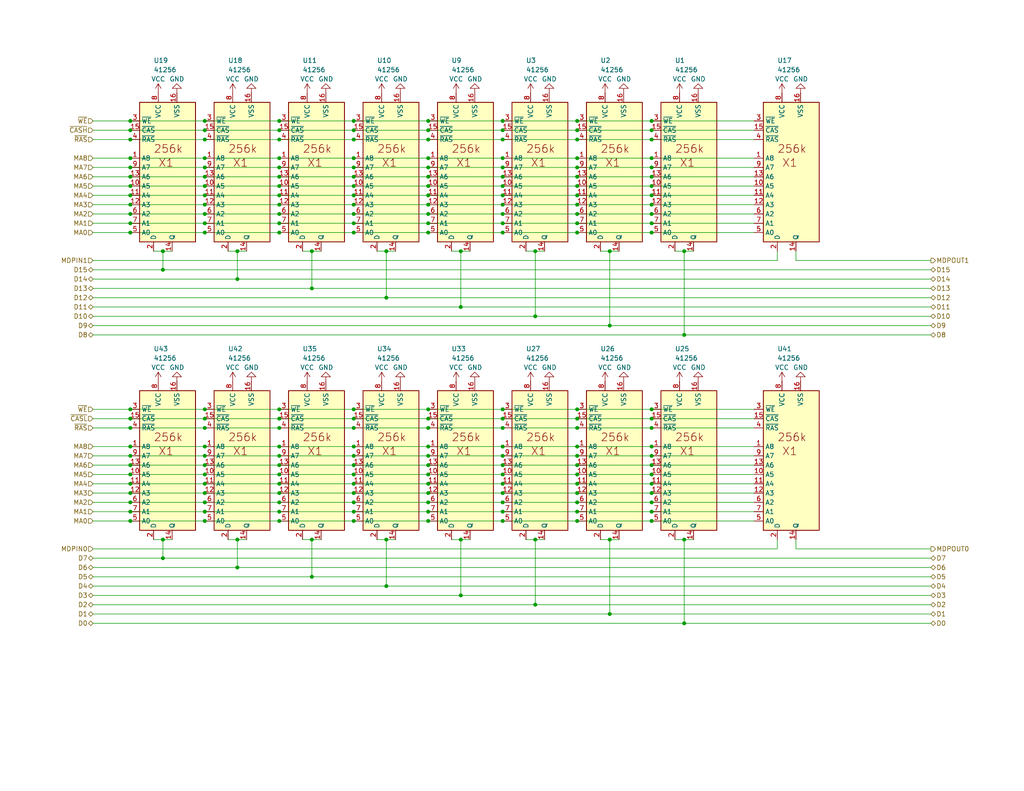
<source format=kicad_sch>
(kicad_sch (version 20231120) (generator "eeschema") (generator_version "8.0")
  (paper "USLetter")
  (title_block (title "Compaq Portable II System Memory Board") (date "2024-03-22") (company "Compaq") (comment 1 "P/N 104176-001") (comment 2 "ASSY 000330"))
  (lib_symbols
    (symbol "MyRam:41256"
      (property "Reference" "U" (at 5.08 20.32 0))
      (property "Value" "41256" (at 5.08 17.78 0))
      (symbol "41256_0_1"
        (rectangle (start -7.62 15.24) (end 7.62 -22.86) (stroke (width 0.254)) (fill (type background)))
        (pin input line (at -10.16 -7.62 0) (length 2.54) (name "A5") (number "10"))
        (pin input line (at -10.16 -10.16 0) (length 2.54) (name "A4") (number "11"))
        (pin input line (at -10.16 -12.7 0) (length 2.54) (name "A3") (number "12"))
        (pin input line (at -10.16 -5.08 0) (length 2.54) (name "A6") (number "13"))
        (pin tri_state line (at 1.27 -25.4 90) (length 2.54) (name "Q") (number "14"))
        (pin power_in line (at 2.54 17.78 270) (length 2.54) (name "VSS") (number "16"))
        (pin input line (at -3.81 -25.4 90) (length 2.54) (name "D") (number "2"))
        (pin input line (at -10.16 -20.32 0) (length 2.54) (name "A0") (number "5"))
        (pin input line (at -10.16 -15.24 0) (length 2.54) (name "A2") (number "6"))
        (pin input line (at -10.16 -17.78 0) (length 2.54) (name "A1") (number "7"))
        (pin power_in line (at -2.54 17.78 270) (length 2.54) (name "VCC") (number "8"))
      )
      (symbol "41256_1_1"
        (text "256k" (at -3.81 3.81 0) (effects (font (size 2.1336 2.1336)) (justify left top)))
        (text "X1" (at -2.54 0 0) (effects (font (size 2.1336 2.1336)) (justify left top)))
        (pin input line (at -10.16 0 0) (length 2.54) (name "A8") (number "1"))
        (pin input line (at -10.16 7.62 0) (length 2.54) (name "~{CAS}") (number "15"))
        (pin input line (at -10.16 10.16 0) (length 2.54) (name "~{WE}") (number "3"))
        (pin input line (at -10.16 5.08 0) (length 2.54) (name "~{RAS}") (number "4"))
        (pin input line (at -10.16 -2.54 0) (length 2.54) (name "A7") (number "9"))
      )
    )
    (symbol "power:GND" (power) (pin_numbers hide) (pin_names (offset 0) hide)
      (property "Value" "GND" (at 0 -3.81 0))
      (symbol "GND_0_1"
        (polyline (pts (xy 0 0) (xy 0 -1.27) (xy 1.27 -1.27) (xy 0 -2.54) (xy -1.27 -1.27) (xy 0 -1.27)))
      )
      (symbol "GND_1_1"
        (pin power_in line (at 0 0 270) (length 0) (name "~") (number "1"))
      )
    )
    (symbol "power:VCC" (power) (pin_numbers hide) (pin_names (offset 0) hide)
      (property "Value" "VCC" (at 0 3.556 0))
      (symbol "VCC_0_1"
        (polyline (pts (xy -0.762 1.27) (xy 0 2.54)))
        (polyline (pts (xy 0 0) (xy 0 2.54)))
        (polyline (pts (xy 0 2.54) (xy 0.762 1.27)))
      )
      (symbol "VCC_1_1"
        (pin power_in line (at 0 0 90) (length 0) (name "~") (number "1"))
      )
    )
  )
  (junction (at 105.41 81.28))
  (junction (at 116.84 124.46))
  (junction (at 146.05 86.36))
  (junction (at 96.52 127))
  (junction (at 96.52 43.18))
  (junction (at 177.8 55.88))
  (junction (at 55.88 50.8))
  (junction (at 137.16 127))
  (junction (at 116.84 116.84))
  (junction (at 137.16 35.56))
  (junction (at 137.16 142.24))
  (junction (at 116.84 63.5))
  (junction (at 146.05 165.1))
  (junction (at 177.8 38.1))
  (junction (at 96.52 124.46))
  (junction (at 157.48 43.18))
  (junction (at 116.84 111.76))
  (junction (at 166.37 68.58))
  (junction (at 116.84 43.18))
  (junction (at 85.09 147.32))
  (junction (at 35.56 114.3))
  (junction (at 157.48 124.46))
  (junction (at 186.69 91.44))
  (junction (at 116.84 142.24))
  (junction (at 76.2 132.08))
  (junction (at 116.84 121.92))
  (junction (at 76.2 111.76))
  (junction (at 116.84 60.96))
  (junction (at 64.77 147.32))
  (junction (at 105.41 147.32))
  (junction (at 85.09 68.58))
  (junction (at 96.52 132.08))
  (junction (at 116.84 45.72))
  (junction (at 157.48 53.34))
  (junction (at 55.88 33.02))
  (junction (at 55.88 129.54))
  (junction (at 116.84 48.26))
  (junction (at 55.88 48.26))
  (junction (at 137.16 53.34))
  (junction (at 157.48 45.72))
  (junction (at 76.2 114.3))
  (junction (at 146.05 68.58))
  (junction (at 44.45 73.66))
  (junction (at 137.16 139.7))
  (junction (at 55.88 139.7))
  (junction (at 76.2 55.88))
  (junction (at 35.56 55.88))
  (junction (at 116.84 50.8))
  (junction (at 177.8 53.34))
  (junction (at 35.56 38.1))
  (junction (at 157.48 114.3))
  (junction (at 186.69 68.58))
  (junction (at 177.8 116.84))
  (junction (at 177.8 134.62))
  (junction (at 76.2 48.26))
  (junction (at 177.8 142.24))
  (junction (at 157.48 33.02))
  (junction (at 157.48 132.08))
  (junction (at 157.48 127))
  (junction (at 55.88 116.84))
  (junction (at 157.48 63.5))
  (junction (at 76.2 60.96))
  (junction (at 137.16 124.46))
  (junction (at 157.48 58.42))
  (junction (at 55.88 45.72))
  (junction (at 137.16 58.42))
  (junction (at 137.16 116.84))
  (junction (at 137.16 129.54))
  (junction (at 76.2 43.18))
  (junction (at 186.69 147.32))
  (junction (at 125.73 147.32))
  (junction (at 116.84 55.88))
  (junction (at 96.52 60.96))
  (junction (at 137.16 60.96))
  (junction (at 44.45 147.32))
  (junction (at 177.8 60.96))
  (junction (at 35.56 116.84))
  (junction (at 96.52 48.26))
  (junction (at 35.56 111.76))
  (junction (at 157.48 60.96))
  (junction (at 76.2 137.16))
  (junction (at 166.37 147.32))
  (junction (at 55.88 53.34))
  (junction (at 177.8 137.16))
  (junction (at 157.48 137.16))
  (junction (at 35.56 137.16))
  (junction (at 116.84 129.54))
  (junction (at 55.88 132.08))
  (junction (at 146.05 147.32))
  (junction (at 177.8 114.3))
  (junction (at 76.2 35.56))
  (junction (at 76.2 53.34))
  (junction (at 96.52 134.62))
  (junction (at 76.2 124.46))
  (junction (at 96.52 58.42))
  (junction (at 35.56 63.5))
  (junction (at 55.88 35.56))
  (junction (at 55.88 38.1))
  (junction (at 55.88 114.3))
  (junction (at 96.52 116.84))
  (junction (at 177.8 129.54))
  (junction (at 137.16 33.02))
  (junction (at 137.16 111.76))
  (junction (at 137.16 50.8))
  (junction (at 116.84 114.3))
  (junction (at 125.73 83.82))
  (junction (at 137.16 38.1))
  (junction (at 116.84 38.1))
  (junction (at 96.52 45.72))
  (junction (at 116.84 137.16))
  (junction (at 35.56 121.92))
  (junction (at 177.8 45.72))
  (junction (at 157.48 139.7))
  (junction (at 105.41 160.02))
  (junction (at 55.88 142.24))
  (junction (at 157.48 111.76))
  (junction (at 116.84 134.62))
  (junction (at 137.16 134.62))
  (junction (at 64.77 76.2))
  (junction (at 44.45 152.4))
  (junction (at 76.2 116.84))
  (junction (at 177.8 35.56))
  (junction (at 96.52 35.56))
  (junction (at 137.16 45.72))
  (junction (at 76.2 45.72))
  (junction (at 96.52 55.88))
  (junction (at 35.56 43.18))
  (junction (at 177.8 50.8))
  (junction (at 116.84 35.56))
  (junction (at 157.48 50.8))
  (junction (at 116.84 33.02))
  (junction (at 116.84 139.7))
  (junction (at 177.8 33.02))
  (junction (at 96.52 33.02))
  (junction (at 96.52 63.5))
  (junction (at 64.77 154.94))
  (junction (at 157.48 134.62))
  (junction (at 137.16 121.92))
  (junction (at 76.2 127))
  (junction (at 35.56 33.02))
  (junction (at 55.88 43.18))
  (junction (at 55.88 137.16))
  (junction (at 116.84 132.08))
  (junction (at 137.16 114.3))
  (junction (at 166.37 88.9))
  (junction (at 177.8 139.7))
  (junction (at 137.16 43.18))
  (junction (at 96.52 111.76))
  (junction (at 116.84 53.34))
  (junction (at 186.69 170.18))
  (junction (at 85.09 157.48))
  (junction (at 76.2 58.42))
  (junction (at 137.16 137.16))
  (junction (at 166.37 167.64))
  (junction (at 55.88 124.46))
  (junction (at 157.48 116.84))
  (junction (at 76.2 63.5))
  (junction (at 137.16 132.08))
  (junction (at 76.2 129.54))
  (junction (at 157.48 129.54))
  (junction (at 76.2 121.92))
  (junction (at 105.41 68.58))
  (junction (at 177.8 111.76))
  (junction (at 177.8 43.18))
  (junction (at 157.48 121.92))
  (junction (at 55.88 111.76))
  (junction (at 177.8 63.5))
  (junction (at 157.48 142.24))
  (junction (at 96.52 121.92))
  (junction (at 35.56 134.62))
  (junction (at 76.2 134.62))
  (junction (at 125.73 68.58))
  (junction (at 76.2 50.8))
  (junction (at 35.56 124.46))
  (junction (at 35.56 50.8))
  (junction (at 35.56 58.42))
  (junction (at 35.56 142.24))
  (junction (at 55.88 58.42))
  (junction (at 96.52 137.16))
  (junction (at 96.52 114.3))
  (junction (at 76.2 38.1))
  (junction (at 35.56 129.54))
  (junction (at 44.45 68.58))
  (junction (at 177.8 132.08))
  (junction (at 76.2 139.7))
  (junction (at 96.52 53.34))
  (junction (at 35.56 60.96))
  (junction (at 177.8 127))
  (junction (at 76.2 142.24))
  (junction (at 157.48 35.56))
  (junction (at 55.88 121.92))
  (junction (at 35.56 127))
  (junction (at 96.52 139.7))
  (junction (at 177.8 121.92))
  (junction (at 116.84 58.42))
  (junction (at 177.8 58.42))
  (junction (at 96.52 50.8))
  (junction (at 35.56 53.34))
  (junction (at 96.52 129.54))
  (junction (at 35.56 35.56))
  (junction (at 125.73 162.56))
  (junction (at 137.16 48.26))
  (junction (at 55.88 127))
  (junction (at 55.88 55.88))
  (junction (at 55.88 63.5))
  (junction (at 35.56 132.08))
  (junction (at 35.56 45.72))
  (junction (at 177.8 48.26))
  (junction (at 85.09 78.74))
  (junction (at 137.16 63.5))
  (junction (at 157.48 55.88))
  (junction (at 76.2 33.02))
  (junction (at 35.56 48.26))
  (junction (at 55.88 60.96))
  (junction (at 35.56 139.7))
  (junction (at 137.16 55.88))
  (junction (at 116.84 127))
  (junction (at 157.48 48.26))
  (junction (at 96.52 142.24))
  (junction (at 55.88 134.62))
  (junction (at 157.48 38.1))
  (junction (at 96.52 38.1))
  (junction (at 64.77 68.58))
  (junction (at 177.8 124.46))
  (wire (pts (xy 177.8 124.46) (xy 205.74 124.46)))
  (wire (pts (xy 146.05 147.32) (xy 143.51 147.32)))
  (wire (pts (xy 177.8 43.18) (xy 205.74 43.18)))
  (wire (pts (xy 177.8 58.42) (xy 205.74 58.42)))
  (wire (pts (xy 146.05 68.58) (xy 148.59 68.58)))
  (wire (pts (xy 76.2 60.96) (xy 96.52 60.96)))
  (wire (pts (xy 254 170.18) (xy 186.69 170.18)))
  (wire (pts (xy 76.2 48.26) (xy 96.52 48.26)))
  (wire (pts (xy 116.84 63.5) (xy 137.16 63.5)))
  (wire (pts (xy 137.16 38.1) (xy 157.48 38.1)))
  (wire (pts (xy 25.4 88.9) (xy 166.37 88.9)))
  (wire (pts (xy 116.84 60.96) (xy 137.16 60.96)))
  (wire (pts (xy 35.56 132.08) (xy 55.88 132.08)))
  (wire (pts (xy 177.8 53.34) (xy 205.74 53.34)))
  (wire (pts (xy 116.84 127) (xy 137.16 127)))
  (wire (pts (xy 25.4 48.26) (xy 35.56 48.26)))
  (wire (pts (xy 186.69 147.32) (xy 184.15 147.32)))
  (wire (pts (xy 116.84 48.26) (xy 137.16 48.26)))
  (wire (pts (xy 137.16 43.18) (xy 157.48 43.18)))
  (wire (pts (xy 116.84 35.56) (xy 137.16 35.56)))
  (wire (pts (xy 55.88 50.8) (xy 76.2 50.8)))
  (wire (pts (xy 96.52 127) (xy 116.84 127)))
  (wire (pts (xy 217.17 149.86) (xy 217.17 147.32)))
  (wire (pts (xy 96.52 124.46) (xy 116.84 124.46)))
  (wire (pts (xy 157.48 139.7) (xy 177.8 139.7)))
  (wire (pts (xy 25.4 35.56) (xy 35.56 35.56)))
  (wire (pts (xy 166.37 147.32) (xy 166.37 167.64)))
  (wire (pts (xy 76.2 137.16) (xy 96.52 137.16)))
  (wire (pts (xy 96.52 121.92) (xy 116.84 121.92)))
  (wire (pts (xy 96.52 137.16) (xy 116.84 137.16)))
  (wire (pts (xy 125.73 68.58) (xy 125.73 83.82)))
  (wire (pts (xy 125.73 147.32) (xy 128.27 147.32)))
  (wire (pts (xy 177.8 121.92) (xy 205.74 121.92)))
  (wire (pts (xy 116.84 53.34) (xy 137.16 53.34)))
  (wire (pts (xy 25.4 73.66) (xy 44.45 73.66)))
  (wire (pts (xy 55.88 48.26) (xy 76.2 48.26)))
  (wire (pts (xy 177.8 127) (xy 205.74 127)))
  (wire (pts (xy 25.4 165.1) (xy 146.05 165.1)))
  (wire (pts (xy 96.52 132.08) (xy 116.84 132.08)))
  (wire (pts (xy 76.2 45.72) (xy 96.52 45.72)))
  (wire (pts (xy 35.56 48.26) (xy 55.88 48.26)))
  (wire (pts (xy 96.52 53.34) (xy 116.84 53.34)))
  (wire (pts (xy 137.16 129.54) (xy 157.48 129.54)))
  (wire (pts (xy 35.56 139.7) (xy 55.88 139.7)))
  (wire (pts (xy 137.16 124.46) (xy 157.48 124.46)))
  (wire (pts (xy 105.41 68.58) (xy 105.41 81.28)))
  (wire (pts (xy 254 165.1) (xy 146.05 165.1)))
  (wire (pts (xy 55.88 33.02) (xy 76.2 33.02)))
  (wire (pts (xy 44.45 73.66) (xy 254 73.66)))
  (wire (pts (xy 96.52 33.02) (xy 116.84 33.02)))
  (wire (pts (xy 35.56 50.8) (xy 55.88 50.8)))
  (wire (pts (xy 35.56 58.42) (xy 55.88 58.42)))
  (wire (pts (xy 25.4 149.86) (xy 212.09 149.86)))
  (wire (pts (xy 137.16 53.34) (xy 157.48 53.34)))
  (wire (pts (xy 96.52 43.18) (xy 116.84 43.18)))
  (wire (pts (xy 205.74 111.76) (xy 177.8 111.76)))
  (wire (pts (xy 25.4 127) (xy 35.56 127)))
  (wire (pts (xy 85.09 68.58) (xy 87.63 68.58)))
  (wire (pts (xy 212.09 68.58) (xy 212.09 71.12)))
  (wire (pts (xy 35.56 43.18) (xy 55.88 43.18)))
  (wire (pts (xy 157.48 132.08) (xy 177.8 132.08)))
  (wire (pts (xy 35.56 53.34) (xy 55.88 53.34)))
  (wire (pts (xy 55.88 116.84) (xy 76.2 116.84)))
  (wire (pts (xy 116.84 124.46) (xy 137.16 124.46)))
  (wire (pts (xy 76.2 142.24) (xy 96.52 142.24)))
  (wire (pts (xy 102.87 68.58) (xy 105.41 68.58)))
  (wire (pts (xy 35.56 142.24) (xy 55.88 142.24)))
  (wire (pts (xy 217.17 71.12) (xy 217.17 68.58)))
  (wire (pts (xy 137.16 127) (xy 157.48 127)))
  (wire (pts (xy 137.16 139.7) (xy 157.48 139.7)))
  (wire (pts (xy 157.48 43.18) (xy 177.8 43.18)))
  (wire (pts (xy 177.8 60.96) (xy 205.74 60.96)))
  (wire (pts (xy 76.2 55.88) (xy 96.52 55.88)))
  (wire (pts (xy 177.8 48.26) (xy 205.74 48.26)))
  (wire (pts (xy 76.2 53.34) (xy 96.52 53.34)))
  (wire (pts (xy 254 91.44) (xy 186.69 91.44)))
  (wire (pts (xy 55.88 55.88) (xy 76.2 55.88)))
  (wire (pts (xy 25.4 160.02) (xy 105.41 160.02)))
  (wire (pts (xy 35.56 45.72) (xy 55.88 45.72)))
  (wire (pts (xy 254 154.94) (xy 64.77 154.94)))
  (wire (pts (xy 76.2 127) (xy 96.52 127)))
  (wire (pts (xy 55.88 132.08) (xy 76.2 132.08)))
  (wire (pts (xy 55.88 124.46) (xy 76.2 124.46)))
  (wire (pts (xy 177.8 139.7) (xy 205.74 139.7)))
  (wire (pts (xy 254 157.48) (xy 85.09 157.48)))
  (wire (pts (xy 55.88 58.42) (xy 76.2 58.42)))
  (wire (pts (xy 157.48 114.3) (xy 177.8 114.3)))
  (wire (pts (xy 177.8 38.1) (xy 205.74 38.1)))
  (wire (pts (xy 157.48 35.56) (xy 177.8 35.56)))
  (wire (pts (xy 96.52 114.3) (xy 116.84 114.3)))
  (wire (pts (xy 44.45 68.58) (xy 44.45 73.66)))
  (wire (pts (xy 25.4 86.36) (xy 146.05 86.36)))
  (wire (pts (xy 166.37 68.58) (xy 168.91 68.58)))
  (wire (pts (xy 177.8 50.8) (xy 205.74 50.8)))
  (wire (pts (xy 64.77 68.58) (xy 67.31 68.58)))
  (wire (pts (xy 25.4 157.48) (xy 85.09 157.48)))
  (wire (pts (xy 116.84 33.02) (xy 137.16 33.02)))
  (wire (pts (xy 35.56 129.54) (xy 55.88 129.54)))
  (wire (pts (xy 96.52 60.96) (xy 116.84 60.96)))
  (wire (pts (xy 157.48 116.84) (xy 177.8 116.84)))
  (wire (pts (xy 55.88 111.76) (xy 76.2 111.76)))
  (wire (pts (xy 96.52 50.8) (xy 116.84 50.8)))
  (wire (pts (xy 254 88.9) (xy 166.37 88.9)))
  (wire (pts (xy 55.88 127) (xy 76.2 127)))
  (wire (pts (xy 96.52 58.42) (xy 116.84 58.42)))
  (wire (pts (xy 177.8 137.16) (xy 205.74 137.16)))
  (wire (pts (xy 25.4 154.94) (xy 64.77 154.94)))
  (wire (pts (xy 116.84 137.16) (xy 137.16 137.16)))
  (wire (pts (xy 64.77 154.94) (xy 64.77 147.32)))
  (wire (pts (xy 76.2 43.18) (xy 96.52 43.18)))
  (wire (pts (xy 25.4 78.74) (xy 85.09 78.74)))
  (wire (pts (xy 157.48 121.92) (xy 137.16 121.92)))
  (wire (pts (xy 254 83.82) (xy 125.73 83.82)))
  (wire (pts (xy 137.16 134.62) (xy 157.48 134.62)))
  (wire (pts (xy 157.48 63.5) (xy 177.8 63.5)))
  (wire (pts (xy 25.4 116.84) (xy 35.56 116.84)))
  (wire (pts (xy 254 78.74) (xy 85.09 78.74)))
  (wire (pts (xy 166.37 147.32) (xy 163.83 147.32)))
  (wire (pts (xy 35.56 60.96) (xy 55.88 60.96)))
  (wire (pts (xy 105.41 147.32) (xy 102.87 147.32)))
  (wire (pts (xy 166.37 68.58) (xy 166.37 88.9)))
  (wire (pts (xy 116.84 139.7) (xy 137.16 139.7)))
  (wire (pts (xy 76.2 63.5) (xy 96.52 63.5)))
  (wire (pts (xy 116.84 111.76) (xy 137.16 111.76)))
  (wire (pts (xy 35.56 63.5) (xy 55.88 63.5)))
  (wire (pts (xy 157.48 111.76) (xy 177.8 111.76)))
  (wire (pts (xy 55.88 134.62) (xy 76.2 134.62)))
  (wire (pts (xy 157.48 127) (xy 177.8 127)))
  (wire (pts (xy 76.2 58.42) (xy 96.52 58.42)))
  (wire (pts (xy 146.05 147.32) (xy 146.05 165.1)))
  (wire (pts (xy 25.4 83.82) (xy 125.73 83.82)))
  (wire (pts (xy 96.52 55.88) (xy 116.84 55.88)))
  (wire (pts (xy 116.84 45.72) (xy 137.16 45.72)))
  (wire (pts (xy 123.19 68.58) (xy 125.73 68.58)))
  (wire (pts (xy 177.8 45.72) (xy 205.74 45.72)))
  (wire (pts (xy 35.56 116.84) (xy 55.88 116.84)))
  (wire (pts (xy 212.09 147.32) (xy 212.09 149.86)))
  (wire (pts (xy 254 167.64) (xy 166.37 167.64)))
  (wire (pts (xy 35.56 124.46) (xy 55.88 124.46)))
  (wire (pts (xy 64.77 147.32) (xy 62.23 147.32)))
  (wire (pts (xy 25.4 142.24) (xy 35.56 142.24)))
  (wire (pts (xy 35.56 137.16) (xy 55.88 137.16)))
  (wire (pts (xy 177.8 55.88) (xy 205.74 55.88)))
  (wire (pts (xy 157.48 124.46) (xy 177.8 124.46)))
  (wire (pts (xy 64.77 147.32) (xy 67.31 147.32)))
  (wire (pts (xy 76.2 129.54) (xy 96.52 129.54)))
  (wire (pts (xy 157.48 121.92) (xy 177.8 121.92)))
  (wire (pts (xy 254 81.28) (xy 105.41 81.28)))
  (wire (pts (xy 137.16 114.3) (xy 116.84 114.3)))
  (wire (pts (xy 76.2 124.46) (xy 96.52 124.46)))
  (wire (pts (xy 25.4 33.02) (xy 35.56 33.02)))
  (wire (pts (xy 157.48 134.62) (xy 177.8 134.62)))
  (wire (pts (xy 143.51 68.58) (xy 146.05 68.58)))
  (wire (pts (xy 25.4 162.56) (xy 125.73 162.56)))
  (wire (pts (xy 85.09 147.32) (xy 82.55 147.32)))
  (wire (pts (xy 25.4 152.4) (xy 44.45 152.4)))
  (wire (pts (xy 85.09 147.32) (xy 85.09 157.48)))
  (wire (pts (xy 25.4 114.3) (xy 35.56 114.3)))
  (wire (pts (xy 254 86.36) (xy 146.05 86.36)))
  (wire (pts (xy 137.16 35.56) (xy 157.48 35.56)))
  (wire (pts (xy 116.84 134.62) (xy 137.16 134.62)))
  (wire (pts (xy 55.88 35.56) (xy 76.2 35.56)))
  (wire (pts (xy 76.2 116.84) (xy 96.52 116.84)))
  (wire (pts (xy 55.88 137.16) (xy 76.2 137.16)))
  (wire (pts (xy 137.16 45.72) (xy 157.48 45.72)))
  (wire (pts (xy 25.4 53.34) (xy 35.56 53.34)))
  (wire (pts (xy 157.48 116.84) (xy 137.16 116.84)))
  (wire (pts (xy 44.45 152.4) (xy 254 152.4)))
  (wire (pts (xy 76.2 111.76) (xy 96.52 111.76)))
  (wire (pts (xy 157.48 142.24) (xy 177.8 142.24)))
  (wire (pts (xy 168.91 147.32) (xy 166.37 147.32)))
  (wire (pts (xy 254 76.2) (xy 64.77 76.2)))
  (wire (pts (xy 35.56 134.62) (xy 55.88 134.62)))
  (wire (pts (xy 25.4 91.44) (xy 186.69 91.44)))
  (wire (pts (xy 25.4 81.28) (xy 105.41 81.28)))
  (wire (pts (xy 25.4 71.12) (xy 212.09 71.12)))
  (wire (pts (xy 55.88 63.5) (xy 76.2 63.5)))
  (wire (pts (xy 96.52 134.62) (xy 116.84 134.62)))
  (wire (pts (xy 157.48 48.26) (xy 177.8 48.26)))
  (wire (pts (xy 157.48 45.72) (xy 177.8 45.72)))
  (wire (pts (xy 55.88 121.92) (xy 76.2 121.92)))
  (wire (pts (xy 35.56 114.3) (xy 55.88 114.3)))
  (wire (pts (xy 137.16 55.88) (xy 157.48 55.88)))
  (wire (pts (xy 55.88 142.24) (xy 76.2 142.24)))
  (wire (pts (xy 55.88 38.1) (xy 76.2 38.1)))
  (wire (pts (xy 177.8 35.56) (xy 205.74 35.56)))
  (wire (pts (xy 137.16 50.8) (xy 157.48 50.8)))
  (wire (pts (xy 105.41 147.32) (xy 105.41 160.02)))
  (wire (pts (xy 116.84 121.92) (xy 137.16 121.92)))
  (wire (pts (xy 76.2 134.62) (xy 96.52 134.62)))
  (wire (pts (xy 44.45 68.58) (xy 46.99 68.58)))
  (wire (pts (xy 137.16 48.26) (xy 157.48 48.26)))
  (wire (pts (xy 186.69 147.32) (xy 189.23 147.32)))
  (wire (pts (xy 116.84 43.18) (xy 137.16 43.18)))
  (wire (pts (xy 177.8 142.24) (xy 205.74 142.24)))
  (wire (pts (xy 41.91 68.58) (xy 44.45 68.58)))
  (wire (pts (xy 25.4 43.18) (xy 35.56 43.18)))
  (wire (pts (xy 25.4 76.2) (xy 64.77 76.2)))
  (wire (pts (xy 116.84 132.08) (xy 137.16 132.08)))
  (wire (pts (xy 76.2 114.3) (xy 96.52 114.3)))
  (wire (pts (xy 44.45 147.32) (xy 46.99 147.32)))
  (wire (pts (xy 64.77 68.58) (xy 64.77 76.2)))
  (wire (pts (xy 25.4 58.42) (xy 35.56 58.42)))
  (wire (pts (xy 137.16 63.5) (xy 157.48 63.5)))
  (wire (pts (xy 137.16 60.96) (xy 157.48 60.96)))
  (wire (pts (xy 25.4 167.64) (xy 166.37 167.64)))
  (wire (pts (xy 157.48 55.88) (xy 177.8 55.88)))
  (wire (pts (xy 62.23 68.58) (xy 64.77 68.58)))
  (wire (pts (xy 96.52 63.5) (xy 116.84 63.5)))
  (wire (pts (xy 25.4 121.92) (xy 35.56 121.92)))
  (wire (pts (xy 55.88 114.3) (xy 76.2 114.3)))
  (wire (pts (xy 55.88 43.18) (xy 76.2 43.18)))
  (wire (pts (xy 254 160.02) (xy 105.41 160.02)))
  (wire (pts (xy 85.09 68.58) (xy 85.09 78.74)))
  (wire (pts (xy 76.2 35.56) (xy 96.52 35.56)))
  (wire (pts (xy 157.48 58.42) (xy 177.8 58.42)))
  (wire (pts (xy 25.4 124.46) (xy 35.56 124.46)))
  (wire (pts (xy 96.52 38.1) (xy 116.84 38.1)))
  (wire (pts (xy 25.4 111.76) (xy 35.56 111.76)))
  (wire (pts (xy 186.69 68.58) (xy 189.23 68.58)))
  (wire (pts (xy 76.2 121.92) (xy 96.52 121.92)))
  (wire (pts (xy 25.4 50.8) (xy 35.56 50.8)))
  (wire (pts (xy 116.84 129.54) (xy 137.16 129.54)))
  (wire (pts (xy 44.45 147.32) (xy 44.45 152.4)))
  (wire (pts (xy 96.52 116.84) (xy 116.84 116.84)))
  (wire (pts (xy 25.4 137.16) (xy 35.56 137.16)))
  (wire (pts (xy 35.56 35.56) (xy 55.88 35.56)))
  (wire (pts (xy 35.56 38.1) (xy 55.88 38.1)))
  (wire (pts (xy 96.52 139.7) (xy 116.84 139.7)))
  (wire (pts (xy 25.4 139.7) (xy 35.56 139.7)))
  (wire (pts (xy 82.55 68.58) (xy 85.09 68.58)))
  (wire (pts (xy 217.17 149.86) (xy 254 149.86)))
  (wire (pts (xy 137.16 142.24) (xy 157.48 142.24)))
  (wire (pts (xy 125.73 147.32) (xy 125.73 162.56)))
  (wire (pts (xy 35.56 111.76) (xy 55.88 111.76)))
  (wire (pts (xy 25.4 129.54) (xy 35.56 129.54)))
  (wire (pts (xy 177.8 33.02) (xy 205.74 33.02)))
  (wire (pts (xy 137.16 132.08) (xy 157.48 132.08)))
  (wire (pts (xy 35.56 33.02) (xy 55.88 33.02)))
  (wire (pts (xy 96.52 142.24) (xy 116.84 142.24)))
  (wire (pts (xy 177.8 134.62) (xy 205.74 134.62)))
  (wire (pts (xy 157.48 38.1) (xy 177.8 38.1)))
  (wire (pts (xy 217.17 71.12) (xy 254 71.12)))
  (wire (pts (xy 148.59 147.32) (xy 146.05 147.32)))
  (wire (pts (xy 186.69 147.32) (xy 186.69 170.18)))
  (wire (pts (xy 157.48 33.02) (xy 177.8 33.02)))
  (wire (pts (xy 25.4 63.5) (xy 35.56 63.5)))
  (wire (pts (xy 157.48 129.54) (xy 177.8 129.54)))
  (wire (pts (xy 85.09 147.32) (xy 87.63 147.32)))
  (wire (pts (xy 254 162.56) (xy 125.73 162.56)))
  (wire (pts (xy 177.8 129.54) (xy 205.74 129.54)))
  (wire (pts (xy 55.88 129.54) (xy 76.2 129.54)))
  (wire (pts (xy 55.88 60.96) (xy 76.2 60.96)))
  (wire (pts (xy 96.52 48.26) (xy 116.84 48.26)))
  (wire (pts (xy 25.4 134.62) (xy 35.56 134.62)))
  (wire (pts (xy 157.48 53.34) (xy 177.8 53.34)))
  (wire (pts (xy 137.16 116.84) (xy 116.84 116.84)))
  (wire (pts (xy 146.05 68.58) (xy 146.05 86.36)))
  (wire (pts (xy 205.74 114.3) (xy 177.8 114.3)))
  (wire (pts (xy 157.48 50.8) (xy 177.8 50.8)))
  (wire (pts (xy 25.4 132.08) (xy 35.56 132.08)))
  (wire (pts (xy 25.4 38.1) (xy 35.56 38.1)))
  (wire (pts (xy 163.83 68.58) (xy 166.37 68.58)))
  (wire (pts (xy 177.8 63.5) (xy 205.74 63.5)))
  (wire (pts (xy 76.2 38.1) (xy 96.52 38.1)))
  (wire (pts (xy 55.88 139.7) (xy 76.2 139.7)))
  (wire (pts (xy 116.84 142.24) (xy 137.16 142.24)))
  (wire (pts (xy 41.91 147.32) (xy 44.45 147.32)))
  (wire (pts (xy 116.84 55.88) (xy 137.16 55.88)))
  (wire (pts (xy 105.41 68.58) (xy 107.95 68.58)))
  (wire (pts (xy 25.4 55.88) (xy 35.56 55.88)))
  (wire (pts (xy 205.74 116.84) (xy 177.8 116.84)))
  (wire (pts (xy 76.2 132.08) (xy 96.52 132.08)))
  (wire (pts (xy 116.84 58.42) (xy 137.16 58.42)))
  (wire (pts (xy 157.48 114.3) (xy 137.16 114.3)))
  (wire (pts (xy 35.56 121.92) (xy 55.88 121.92)))
  (wire (pts (xy 25.4 170.18) (xy 186.69 170.18)))
  (wire (pts (xy 96.52 35.56) (xy 116.84 35.56)))
  (wire (pts (xy 125.73 147.32) (xy 123.19 147.32)))
  (wire (pts (xy 184.15 68.58) (xy 186.69 68.58)))
  (wire (pts (xy 157.48 60.96) (xy 177.8 60.96)))
  (wire (pts (xy 186.69 68.58) (xy 186.69 91.44)))
  (wire (pts (xy 157.48 137.16) (xy 177.8 137.16)))
  (wire (pts (xy 76.2 139.7) (xy 96.52 139.7)))
  (wire (pts (xy 116.84 38.1) (xy 137.16 38.1)))
  (wire (pts (xy 96.52 45.72) (xy 116.84 45.72)))
  (wire (pts (xy 137.16 137.16) (xy 157.48 137.16)))
  (wire (pts (xy 25.4 45.72) (xy 35.56 45.72)))
  (wire (pts (xy 35.56 55.88) (xy 55.88 55.88)))
  (wire (pts (xy 177.8 132.08) (xy 205.74 132.08)))
  (wire (pts (xy 137.16 58.42) (xy 157.48 58.42)))
  (wire (pts (xy 96.52 111.76) (xy 116.84 111.76)))
  (wire (pts (xy 116.84 50.8) (xy 137.16 50.8)))
  (wire (pts (xy 55.88 45.72) (xy 76.2 45.72)))
  (wire (pts (xy 125.73 68.58) (xy 128.27 68.58)))
  (wire (pts (xy 137.16 33.02) (xy 157.48 33.02)))
  (wire (pts (xy 157.48 111.76) (xy 137.16 111.76)))
  (wire (pts (xy 35.56 127) (xy 55.88 127)))
  (wire (pts (xy 76.2 50.8) (xy 96.52 50.8)))
  (wire (pts (xy 55.88 53.34) (xy 76.2 53.34)))
  (wire (pts (xy 25.4 60.96) (xy 35.56 60.96)))
  (wire (pts (xy 76.2 33.02) (xy 96.52 33.02)))
  (wire (pts (xy 96.52 129.54) (xy 116.84 129.54)))
  (wire (pts (xy 105.41 147.32) (xy 107.95 147.32)))
  (hierarchical_label "D3" (shape bidirectional) (at 254 162.56 0))
  (hierarchical_label "MA7" (shape input) (at 25.4 124.46 180))
  (hierarchical_label "MA5" (shape input) (at 25.4 50.8 180))
  (hierarchical_label "D7" (shape bidirectional) (at 25.4 152.4 180))
  (hierarchical_label "MA2" (shape input) (at 25.4 58.42 180))
  (hierarchical_label "MDPIN0" (shape input) (at 25.4 149.86 180))
  (hierarchical_label "MDPIN1" (shape input) (at 25.4 71.12 180))
  (hierarchical_label "D6" (shape bidirectional) (at 25.4 154.94 180))
  (hierarchical_label "MA7" (shape input) (at 25.4 45.72 180))
  (hierarchical_label "D2" (shape bidirectional) (at 254 165.1 0))
  (hierarchical_label "D4" (shape bidirectional) (at 254 160.02 0))
  (hierarchical_label "D1" (shape bidirectional) (at 254 167.64 0))
  (hierarchical_label "~{RAS}" (shape input) (at 25.4 116.84 180))
  (hierarchical_label "MA2" (shape input) (at 25.4 137.16 180))
  (hierarchical_label "D5" (shape bidirectional) (at 25.4 157.48 180))
  (hierarchical_label "D6" (shape bidirectional) (at 254 154.94 0))
  (hierarchical_label "D11" (shape bidirectional) (at 254 83.82 0))
  (hierarchical_label "D7" (shape bidirectional) (at 254 152.4 0))
  (hierarchical_label "MA0" (shape input) (at 25.4 142.24 180))
  (hierarchical_label "D14" (shape bidirectional) (at 254 76.2 0))
  (hierarchical_label "MA5" (shape input) (at 25.4 129.54 180))
  (hierarchical_label "MA8" (shape input) (at 25.4 121.92 180))
  (hierarchical_label "D13" (shape bidirectional) (at 254 78.74 0))
  (hierarchical_label "D10" (shape bidirectional) (at 254 86.36 0))
  (hierarchical_label "D15" (shape bidirectional) (at 25.4 73.66 180))
  (hierarchical_label "D9" (shape bidirectional) (at 25.4 88.9 180))
  (hierarchical_label "D8" (shape bidirectional) (at 254 91.44 0))
  (hierarchical_label "~{WE}" (shape input) (at 25.4 111.76 180))
  (hierarchical_label "MDPOUT0" (shape output) (at 254 149.86 0))
  (hierarchical_label "D14" (shape bidirectional) (at 25.4 76.2 180))
  (hierarchical_label "MA3" (shape input) (at 25.4 55.88 180))
  (hierarchical_label "D11" (shape bidirectional) (at 25.4 83.82 180))
  (hierarchical_label "D9" (shape bidirectional) (at 254 88.9 0))
  (hierarchical_label "D0" (shape bidirectional) (at 25.4 170.18 180))
  (hierarchical_label "D15" (shape bidirectional) (at 254 73.66 0))
  (hierarchical_label "D0" (shape bidirectional) (at 254 170.18 0))
  (hierarchical_label "~{WE}" (shape input) (at 25.4 33.02 180))
  (hierarchical_label "~{RAS}" (shape input) (at 25.4 38.1 180))
  (hierarchical_label "~{CASH}" (shape input) (at 25.4 35.56 180))
  (hierarchical_label "D4" (shape bidirectional) (at 25.4 160.02 180))
  (hierarchical_label "D2" (shape bidirectional) (at 25.4 165.1 180))
  (hierarchical_label "MA6" (shape input) (at 25.4 48.26 180))
  (hierarchical_label "~{CASL}" (shape input) (at 25.4 114.3 180))
  (hierarchical_label "D12" (shape bidirectional) (at 25.4 81.28 180))
  (hierarchical_label "D3" (shape bidirectional) (at 25.4 162.56 180))
  (hierarchical_label "D10" (shape bidirectional) (at 25.4 86.36 180))
  (hierarchical_label "MA3" (shape input) (at 25.4 134.62 180))
  (hierarchical_label "MA6" (shape input) (at 25.4 127 180))
  (hierarchical_label "MA0" (shape input) (at 25.4 63.5 180))
  (hierarchical_label "MA1" (shape input) (at 25.4 139.7 180))
  (hierarchical_label "MA4" (shape input) (at 25.4 132.08 180))
  (hierarchical_label "D8" (shape bidirectional) (at 25.4 91.44 180))
  (hierarchical_label "MA8" (shape input) (at 25.4 43.18 180))
  (hierarchical_label "MA1" (shape input) (at 25.4 60.96 180))
  (hierarchical_label "D13" (shape bidirectional) (at 25.4 78.74 180))
  (hierarchical_label "D12" (shape bidirectional) (at 254 81.28 0))
  (hierarchical_label "MA4" (shape input) (at 25.4 53.34 180))
  (hierarchical_label "MDPOUT1" (shape output) (at 254 71.12 0))
  (hierarchical_label "D5" (shape bidirectional) (at 254 157.48 0))
  (hierarchical_label "D1" (shape bidirectional) (at 25.4 167.64 180))
  (symbol (lib_id "power:VCC") (at 185.42 25.4 0) (unit 1)
    (property "Reference" "#PWR0157" (effects (hide yes)))
    (property "Value" "VCC" (at 185.42 21.59 0))
    (property "Description" "Power symbol creates a global label with name \"VCC\"" (effects (hide yes)))
  )
  (symbol (lib_id "power:VCC") (at 144.78 104.14 0) (unit 1)
    (property "Reference" "#PWR0149" (effects (hide yes)))
    (property "Value" "VCC" (at 144.78 100.33 0))
    (property "Description" "Power symbol creates a global label with name \"VCC\"" (effects (hide yes)))
  )
  (symbol (lib_id "power:VCC") (at 43.18 25.4 0) (unit 1)
    (property "Reference" "#PWR0140" (effects (hide yes)))
    (property "Value" "VCC" (at 43.18 21.59 0))
    (property "Description" "Power symbol creates a global label with name \"VCC\"" (effects (hide yes)))
  )
  (symbol (lib_id "power:GND") (at 129.54 104.14 180) (unit 1)
    (property "Reference" "#PWR0163" (effects (hide yes)))
    (property "Value" "GND" (at 129.54 100.33 0))
    (property "Description" "Power symbol creates a global label with name \"GND\" , ground" (effects (hide yes)))
  )
  (symbol (lib_id "power:GND") (at 218.44 25.4 180) (unit 1)
    (property "Reference" "#PWR0158" (effects (hide yes)))
    (property "Value" "GND" (at 218.44 21.59 0))
    (property "Description" "Power symbol creates a global label with name \"GND\" , ground" (effects (hide yes)))
  )
  (symbol (lib_id "power:GND") (at 190.5 25.4 180) (unit 1)
    (property "Reference" "#PWR0159" (effects (hide yes)))
    (property "Value" "GND" (at 190.5 21.59 0))
    (property "Description" "Power symbol creates a global label with name \"GND\" , ground" (effects (hide yes)))
  )
  (symbol (lib_id "power:GND") (at 129.54 25.4 180) (unit 1)
    (property "Reference" "#PWR0141" (effects (hide yes)))
    (property "Value" "GND" (at 129.54 21.59 0))
    (property "Description" "Power symbol creates a global label with name \"GND\" , ground" (effects (hide yes)))
  )
  (symbol (lib_id "MyRam:41256") (at 187.96 121.92 0) (unit 1)
    (property "Reference" "U25" (at 184.15 95.25 0) (effects (justify left)))
    (property "Value" "41256" (at 184.15 97.79 0) (effects (justify left)))
    (property "Footprint" "Library:DIP-16_W7.62mm_Socket" (effects (hide yes)))
  )
  (symbol (lib_id "power:GND") (at 149.86 104.14 180) (unit 1)
    (property "Reference" "#PWR0150" (effects (hide yes)))
    (property "Value" "GND" (at 149.86 100.33 0))
    (property "Description" "Power symbol creates a global label with name \"GND\" , ground" (effects (hide yes)))
  )
  (symbol (lib_id "MyRam:41256") (at 127 43.18 0) (unit 1)
    (property "Reference" "U9" (at 123.19 16.51 0) (effects (justify left)))
    (property "Value" "41256" (at 123.19 19.05 0) (effects (justify left)))
    (property "Footprint" "Library:DIP-16_W7.62mm_Socket" (effects (hide yes)))
  )
  (symbol (lib_id "power:GND") (at 68.58 25.4 180) (unit 1)
    (property "Reference" "#PWR0139" (effects (hide yes)))
    (property "Value" "GND" (at 68.58 21.59 0))
    (property "Description" "Power symbol creates a global label with name \"GND\" , ground" (effects (hide yes)))
  )
  (symbol (lib_id "power:GND") (at 109.22 104.14 180) (unit 1)
    (property "Reference" "#PWR0164" (effects (hide yes)))
    (property "Value" "GND" (at 109.22 100.33 0))
    (property "Description" "Power symbol creates a global label with name \"GND\" , ground" (effects (hide yes)))
  )
  (symbol (lib_id "power:VCC") (at 165.1 25.4 0) (unit 1)
    (property "Reference" "#PWR0161" (effects (hide yes)))
    (property "Value" "VCC" (at 165.1 21.59 0))
    (property "Description" "Power symbol creates a global label with name \"VCC\"" (effects (hide yes)))
  )
  (symbol (lib_id "power:GND") (at 68.58 104.14 180) (unit 1)
    (property "Reference" "#PWR0169" (effects (hide yes)))
    (property "Value" "GND" (at 68.58 100.33 0))
    (property "Description" "Power symbol creates a global label with name \"GND\" , ground" (effects (hide yes)))
  )
  (symbol (lib_id "MyRam:41256") (at 147.32 43.18 0) (unit 1)
    (property "Reference" "U3" (at 143.51 16.51 0) (effects (justify left)))
    (property "Value" "41256" (at 143.51 19.05 0) (effects (justify left)))
    (property "Footprint" "Library:DIP-16_W7.62mm_Socket" (effects (hide yes)))
  )
  (symbol (lib_id "MyRam:41256") (at 215.9 121.92 0) (unit 1)
    (property "Reference" "U41" (at 212.09 95.25 0) (effects (justify left)))
    (property "Value" "41256" (at 212.09 97.79 0) (effects (justify left)))
    (property "Footprint" "Library:DIP-16_W7.62mm_Socket" (effects (hide yes)))
  )
  (symbol (lib_id "power:VCC") (at 185.42 104.14 0) (unit 1)
    (property "Reference" "#PWR0153" (effects (hide yes)))
    (property "Value" "VCC" (at 185.42 100.33 0))
    (property "Description" "Power symbol creates a global label with name \"VCC\"" (effects (hide yes)))
  )
  (symbol (lib_id "power:GND") (at 88.9 25.4 180) (unit 1)
    (property "Reference" "#PWR0146" (effects (hide yes)))
    (property "Value" "GND" (at 88.9 21.59 0))
    (property "Description" "Power symbol creates a global label with name \"GND\" , ground" (effects (hide yes)))
  )
  (symbol (lib_id "MyRam:41256") (at 167.64 43.18 0) (unit 1)
    (property "Reference" "U2" (at 163.83 16.51 0) (effects (justify left)))
    (property "Value" "41256" (at 163.83 19.05 0) (effects (justify left)))
    (property "Footprint" "Library:DIP-16_W7.62mm_Socket" (effects (hide yes)))
  )
  (symbol (lib_id "power:VCC") (at 63.5 104.14 0) (unit 1)
    (property "Reference" "#PWR0172" (effects (hide yes)))
    (property "Value" "VCC" (at 63.5 100.33 0))
    (property "Description" "Power symbol creates a global label with name \"VCC\"" (effects (hide yes)))
  )
  (symbol (lib_id "power:GND") (at 170.18 104.14 180) (unit 1)
    (property "Reference" "#PWR0151" (effects (hide yes)))
    (property "Value" "GND" (at 170.18 100.33 0))
    (property "Description" "Power symbol creates a global label with name \"GND\" , ground" (effects (hide yes)))
  )
  (symbol (lib_id "MyRam:41256") (at 147.32 121.92 0) (unit 1)
    (property "Reference" "U27" (at 143.51 95.25 0) (effects (justify left)))
    (property "Value" "41256" (at 143.51 97.79 0) (effects (justify left)))
    (property "Footprint" "Library:DIP-16_W7.62mm_Socket" (effects (hide yes)))
  )
  (symbol (lib_id "power:VCC") (at 83.82 25.4 0) (unit 1)
    (property "Reference" "#PWR0145" (effects (hide yes)))
    (property "Value" "VCC" (at 83.82 21.59 0))
    (property "Description" "Power symbol creates a global label with name \"VCC\"" (effects (hide yes)))
  )
  (symbol (lib_id "power:VCC") (at 124.46 25.4 0) (unit 1)
    (property "Reference" "#PWR0144" (effects (hide yes)))
    (property "Value" "VCC" (at 124.46 21.59 0))
    (property "Description" "Power symbol creates a global label with name \"VCC\"" (effects (hide yes)))
  )
  (symbol (lib_id "power:VCC") (at 83.82 104.14 0) (unit 1)
    (property "Reference" "#PWR0168" (effects (hide yes)))
    (property "Value" "VCC" (at 83.82 100.33 0))
    (property "Description" "Power symbol creates a global label with name \"VCC\"" (effects (hide yes)))
  )
  (symbol (lib_id "power:VCC") (at 63.5 25.4 0) (unit 1)
    (property "Reference" "#PWR0137" (effects (hide yes)))
    (property "Value" "VCC" (at 63.5 21.59 0))
    (property "Description" "Power symbol creates a global label with name \"VCC\"" (effects (hide yes)))
  )
  (symbol (lib_id "power:GND") (at 218.44 104.14 180) (unit 1)
    (property "Reference" "#PWR0156" (effects (hide yes)))
    (property "Value" "GND" (at 218.44 100.33 0))
    (property "Description" "Power symbol creates a global label with name \"GND\" , ground" (effects (hide yes)))
  )
  (symbol (lib_id "MyRam:41256") (at 167.64 121.92 0) (unit 1)
    (property "Reference" "U26" (at 163.83 95.25 0) (effects (justify left)))
    (property "Value" "41256" (at 163.83 97.79 0) (effects (justify left)))
    (property "Footprint" "Library:DIP-16_W7.62mm_Socket" (effects (hide yes)))
  )
  (symbol (lib_id "MyRam:41256") (at 86.36 43.18 0) (unit 1)
    (property "Reference" "U11" (at 82.55 16.51 0) (effects (justify left)))
    (property "Value" "41256" (at 82.55 19.05 0) (effects (justify left)))
    (property "Footprint" "Library:DIP-16_W7.62mm_Socket" (effects (hide yes)))
  )
  (symbol (lib_id "MyRam:41256") (at 45.72 121.92 0) (unit 1)
    (property "Reference" "U43" (at 41.91 95.25 0) (effects (justify left)))
    (property "Value" "41256" (at 41.91 97.79 0) (effects (justify left)))
    (property "Footprint" "Library:DIP-16_W7.62mm_Socket" (effects (hide yes)))
  )
  (symbol (lib_id "power:VCC") (at 144.78 25.4 0) (unit 1)
    (property "Reference" "#PWR0143" (effects (hide yes)))
    (property "Value" "VCC" (at 144.78 21.59 0))
    (property "Description" "Power symbol creates a global label with name \"VCC\"" (effects (hide yes)))
  )
  (symbol (lib_id "power:GND") (at 48.26 25.4 180) (unit 1)
    (property "Reference" "#PWR0138" (effects (hide yes)))
    (property "Value" "GND" (at 48.26 21.59 0))
    (property "Description" "Power symbol creates a global label with name \"GND\" , ground" (effects (hide yes)))
  )
  (symbol (lib_id "power:VCC") (at 213.36 25.4 0) (unit 1)
    (property "Reference" "#PWR0160" (effects (hide yes)))
    (property "Value" "VCC" (at 213.36 21.59 0))
    (property "Description" "Power symbol creates a global label with name \"VCC\"" (effects (hide yes)))
  )
  (symbol (lib_id "power:VCC") (at 104.14 25.4 0) (unit 1)
    (property "Reference" "#PWR0147" (effects (hide yes)))
    (property "Value" "VCC" (at 104.14 21.59 0))
    (property "Description" "Power symbol creates a global label with name \"VCC\"" (effects (hide yes)))
  )
  (symbol (lib_id "MyRam:41256") (at 66.04 121.92 0) (unit 1)
    (property "Reference" "U42" (at 62.23 95.25 0) (effects (justify left)))
    (property "Value" "41256" (at 62.23 97.79 0) (effects (justify left)))
    (property "Footprint" "Library:DIP-16_W7.62mm_Socket" (effects (hide yes)))
  )
  (symbol (lib_id "power:VCC") (at 124.46 104.14 0) (unit 1)
    (property "Reference" "#PWR0165" (effects (hide yes)))
    (property "Value" "VCC" (at 124.46 100.33 0))
    (property "Description" "Power symbol creates a global label with name \"VCC\"" (effects (hide yes)))
  )
  (symbol (lib_id "power:GND") (at 190.5 104.14 180) (unit 1)
    (property "Reference" "#PWR0154" (effects (hide yes)))
    (property "Value" "GND" (at 190.5 100.33 0))
    (property "Description" "Power symbol creates a global label with name \"GND\" , ground" (effects (hide yes)))
  )
  (symbol (lib_id "power:VCC") (at 43.18 104.14 0) (unit 1)
    (property "Reference" "#PWR0171" (effects (hide yes)))
    (property "Value" "VCC" (at 43.18 100.33 0))
    (property "Description" "Power symbol creates a global label with name \"VCC\"" (effects (hide yes)))
  )
  (symbol (lib_id "MyRam:41256") (at 106.68 121.92 0) (unit 1)
    (property "Reference" "U34" (at 102.87 95.25 0) (effects (justify left)))
    (property "Value" "41256" (at 102.87 97.79 0) (effects (justify left)))
    (property "Footprint" "Library:DIP-16_W7.62mm_Socket" (effects (hide yes)))
  )
  (symbol (lib_id "power:VCC") (at 213.36 104.14 0) (unit 1)
    (property "Reference" "#PWR0155" (effects (hide yes)))
    (property "Value" "VCC" (at 213.36 100.33 0))
    (property "Description" "Power symbol creates a global label with name \"VCC\"" (effects (hide yes)))
  )
  (symbol (lib_id "MyRam:41256") (at 86.36 121.92 0) (unit 1)
    (property "Reference" "U35" (at 82.55 95.25 0) (effects (justify left)))
    (property "Value" "41256" (at 82.55 97.79 0) (effects (justify left)))
    (property "Footprint" "Library:DIP-16_W7.62mm_Socket" (effects (hide yes)))
  )
  (symbol (lib_id "power:GND") (at 48.26 104.14 180) (unit 1)
    (property "Reference" "#PWR0170" (effects (hide yes)))
    (property "Value" "GND" (at 48.26 100.33 0))
    (property "Description" "Power symbol creates a global label with name \"GND\" , ground" (effects (hide yes)))
  )
  (symbol (lib_id "MyRam:41256") (at 66.04 43.18 0) (unit 1)
    (property "Reference" "U18" (at 62.23 16.51 0) (effects (justify left)))
    (property "Value" "41256" (at 62.23 19.05 0) (effects (justify left)))
    (property "Footprint" "Library:DIP-16_W7.62mm_Socket" (effects (hide yes)))
  )
  (symbol (lib_id "power:VCC") (at 165.1 104.14 0) (unit 1)
    (property "Reference" "#PWR0152" (effects (hide yes)))
    (property "Value" "VCC" (at 165.1 100.33 0))
    (property "Description" "Power symbol creates a global label with name \"VCC\"" (effects (hide yes)))
  )
  (symbol (lib_id "power:GND") (at 170.18 25.4 180) (unit 1)
    (property "Reference" "#PWR0162" (effects (hide yes)))
    (property "Value" "GND" (at 170.18 21.59 0))
    (property "Description" "Power symbol creates a global label with name \"GND\" , ground" (effects (hide yes)))
  )
  (symbol (lib_id "MyRam:41256") (at 215.9 43.18 0) (unit 1)
    (property "Reference" "U17" (at 212.09 16.51 0) (effects (justify left)))
    (property "Value" "41256" (at 212.09 19.05 0) (effects (justify left)))
    (property "Footprint" "Library:DIP-16_W7.62mm_Socket" (effects (hide yes)))
  )
  (symbol (lib_id "MyRam:41256") (at 187.96 43.18 0) (unit 1)
    (property "Reference" "U1" (at 184.15 16.51 0) (effects (justify left)))
    (property "Value" "41256" (at 184.15 19.05 0) (effects (justify left)))
    (property "Footprint" "Library:DIP-16_W7.62mm_Socket" (effects (hide yes)))
  )
  (symbol (lib_id "power:GND") (at 88.9 104.14 180) (unit 1)
    (property "Reference" "#PWR0167" (effects (hide yes)))
    (property "Value" "GND" (at 88.9 100.33 0))
    (property "Description" "Power symbol creates a global label with name \"GND\" , ground" (effects (hide yes)))
  )
  (symbol (lib_id "MyRam:41256") (at 127 121.92 0) (unit 1)
    (property "Reference" "U33" (at 123.19 95.25 0) (effects (justify left)))
    (property "Value" "41256" (at 123.19 97.79 0) (effects (justify left)))
    (property "Footprint" "Library:DIP-16_W7.62mm_Socket" (effects (hide yes)))
  )
  (symbol (lib_id "power:GND") (at 149.86 25.4 180) (unit 1)
    (property "Reference" "#PWR0142" (effects (hide yes)))
    (property "Value" "GND" (at 149.86 21.59 0))
    (property "Description" "Power symbol creates a global label with name \"GND\" , ground" (effects (hide yes)))
  )
  (symbol (lib_id "MyRam:41256") (at 106.68 43.18 0) (unit 1)
    (property "Reference" "U10" (at 102.87 16.51 0) (effects (justify left)))
    (property "Value" "41256" (at 102.87 19.05 0) (effects (justify left)))
    (property "Footprint" "Library:DIP-16_W7.62mm_Socket" (effects (hide yes)))
  )
  (symbol (lib_id "power:GND") (at 109.22 25.4 180) (unit 1)
    (property "Reference" "#PWR0148" (effects (hide yes)))
    (property "Value" "GND" (at 109.22 21.59 0))
    (property "Description" "Power symbol creates a global label with name \"GND\" , ground" (effects (hide yes)))
  )
  (symbol (lib_id "MyRam:41256") (at 45.72 43.18 0) (unit 1)
    (property "Reference" "U19" (at 41.91 16.51 0) (effects (justify left)))
    (property "Value" "41256" (at 41.91 19.05 0) (effects (justify left)))
    (property "Footprint" "Library:DIP-16_W7.62mm_Socket" (effects (hide yes)))
  )
  (symbol (lib_id "power:VCC") (at 104.14 104.14 0) (unit 1)
    (property "Reference" "#PWR0166" (effects (hide yes)))
    (property "Value" "VCC" (at 104.14 100.33 0))
    (property "Description" "Power symbol creates a global label with name \"VCC\"" (effects (hide yes)))
  )
)
</source>
